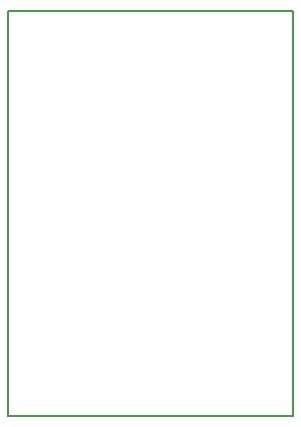
<source format=gbr>
%TF.GenerationSoftware,KiCad,Pcbnew,5.1.10*%
%TF.CreationDate,2021-06-12T19:58:10-07:00*%
%TF.ProjectId,Instrumentation-Amplifier,496e7374-7275-46d6-956e-746174696f6e,2.0*%
%TF.SameCoordinates,Original*%
%TF.FileFunction,Profile,NP*%
%FSLAX46Y46*%
G04 Gerber Fmt 4.6, Leading zero omitted, Abs format (unit mm)*
G04 Created by KiCad (PCBNEW 5.1.10) date 2021-06-12 19:58:10*
%MOMM*%
%LPD*%
G01*
G04 APERTURE LIST*
%TA.AperFunction,Profile*%
%ADD10C,0.150000*%
%TD*%
G04 APERTURE END LIST*
D10*
X104140000Y-100330000D02*
X104140000Y-134620000D01*
X128270000Y-100330000D02*
X104140000Y-100330000D01*
X128270000Y-134620000D02*
X128270000Y-100330000D01*
X104140000Y-134620000D02*
X128270000Y-134620000D01*
M02*

</source>
